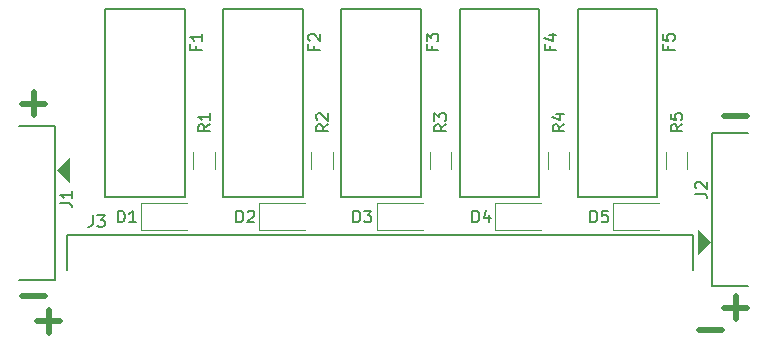
<source format=gbr>
%TF.GenerationSoftware,KiCad,Pcbnew,8.0.7-8.0.7-0~ubuntu24.04.1*%
%TF.CreationDate,2025-01-05T10:18:19-08:00*%
%TF.ProjectId,mini-pdb,6d696e69-2d70-4646-922e-6b696361645f,1.1*%
%TF.SameCoordinates,Original*%
%TF.FileFunction,Legend,Top*%
%TF.FilePolarity,Positive*%
%FSLAX46Y46*%
G04 Gerber Fmt 4.6, Leading zero omitted, Abs format (unit mm)*
G04 Created by KiCad (PCBNEW 8.0.7-8.0.7-0~ubuntu24.04.1) date 2025-01-05 10:18:19*
%MOMM*%
%LPD*%
G01*
G04 APERTURE LIST*
%ADD10C,0.508000*%
%ADD11C,0.150000*%
%ADD12C,0.127000*%
%ADD13C,0.120000*%
%ADD14C,0.152400*%
%ADD15C,0.100000*%
G04 APERTURE END LIST*
D10*
X236552619Y-134692982D02*
X234617381Y-134692982D01*
X235585000Y-133725363D02*
X235585000Y-135660601D01*
X175181380Y-117402017D02*
X177116619Y-117402017D01*
X176148999Y-118369636D02*
X176148999Y-116434398D01*
X178386619Y-135835982D02*
X176451381Y-135835982D01*
X177419000Y-134868363D02*
X177419000Y-136803601D01*
X175181380Y-133658017D02*
X177116619Y-133658017D01*
X236552619Y-118436982D02*
X234617381Y-118436982D01*
X234393619Y-136597982D02*
X232458381Y-136597982D01*
D11*
X229890929Y-112533333D02*
X229890929Y-112866666D01*
X230414739Y-112866666D02*
X229414739Y-112866666D01*
X229414739Y-112866666D02*
X229414739Y-112390476D01*
X229414739Y-111533333D02*
X229414739Y-112009523D01*
X229414739Y-112009523D02*
X229890929Y-112057142D01*
X229890929Y-112057142D02*
X229843310Y-112009523D01*
X229843310Y-112009523D02*
X229795691Y-111914285D01*
X229795691Y-111914285D02*
X229795691Y-111676190D01*
X229795691Y-111676190D02*
X229843310Y-111580952D01*
X229843310Y-111580952D02*
X229890929Y-111533333D01*
X229890929Y-111533333D02*
X229986167Y-111485714D01*
X229986167Y-111485714D02*
X230224262Y-111485714D01*
X230224262Y-111485714D02*
X230319500Y-111533333D01*
X230319500Y-111533333D02*
X230367120Y-111580952D01*
X230367120Y-111580952D02*
X230414739Y-111676190D01*
X230414739Y-111676190D02*
X230414739Y-111914285D01*
X230414739Y-111914285D02*
X230367120Y-112009523D01*
X230367120Y-112009523D02*
X230319500Y-112057142D01*
X209890969Y-112533333D02*
X209890969Y-112866666D01*
X210414779Y-112866666D02*
X209414779Y-112866666D01*
X209414779Y-112866666D02*
X209414779Y-112390476D01*
X209414779Y-112104761D02*
X209414779Y-111485714D01*
X209414779Y-111485714D02*
X209795731Y-111819047D01*
X209795731Y-111819047D02*
X209795731Y-111676190D01*
X209795731Y-111676190D02*
X209843350Y-111580952D01*
X209843350Y-111580952D02*
X209890969Y-111533333D01*
X209890969Y-111533333D02*
X209986207Y-111485714D01*
X209986207Y-111485714D02*
X210224302Y-111485714D01*
X210224302Y-111485714D02*
X210319540Y-111533333D01*
X210319540Y-111533333D02*
X210367160Y-111580952D01*
X210367160Y-111580952D02*
X210414779Y-111676190D01*
X210414779Y-111676190D02*
X210414779Y-111961904D01*
X210414779Y-111961904D02*
X210367160Y-112057142D01*
X210367160Y-112057142D02*
X210319540Y-112104761D01*
X219890949Y-112533333D02*
X219890949Y-112866666D01*
X220414759Y-112866666D02*
X219414759Y-112866666D01*
X219414759Y-112866666D02*
X219414759Y-112390476D01*
X219748092Y-111580952D02*
X220414759Y-111580952D01*
X219367140Y-111819047D02*
X220081425Y-112057142D01*
X220081425Y-112057142D02*
X220081425Y-111438095D01*
X193317905Y-127454819D02*
X193317905Y-126454819D01*
X193317905Y-126454819D02*
X193556000Y-126454819D01*
X193556000Y-126454819D02*
X193698857Y-126502438D01*
X193698857Y-126502438D02*
X193794095Y-126597676D01*
X193794095Y-126597676D02*
X193841714Y-126692914D01*
X193841714Y-126692914D02*
X193889333Y-126883390D01*
X193889333Y-126883390D02*
X193889333Y-127026247D01*
X193889333Y-127026247D02*
X193841714Y-127216723D01*
X193841714Y-127216723D02*
X193794095Y-127311961D01*
X193794095Y-127311961D02*
X193698857Y-127407200D01*
X193698857Y-127407200D02*
X193556000Y-127454819D01*
X193556000Y-127454819D02*
X193317905Y-127454819D01*
X194270286Y-126550057D02*
X194317905Y-126502438D01*
X194317905Y-126502438D02*
X194413143Y-126454819D01*
X194413143Y-126454819D02*
X194651238Y-126454819D01*
X194651238Y-126454819D02*
X194746476Y-126502438D01*
X194746476Y-126502438D02*
X194794095Y-126550057D01*
X194794095Y-126550057D02*
X194841714Y-126645295D01*
X194841714Y-126645295D02*
X194841714Y-126740533D01*
X194841714Y-126740533D02*
X194794095Y-126883390D01*
X194794095Y-126883390D02*
X194222667Y-127454819D01*
X194222667Y-127454819D02*
X194841714Y-127454819D01*
X231081739Y-119165666D02*
X230605548Y-119498999D01*
X231081739Y-119737094D02*
X230081739Y-119737094D01*
X230081739Y-119737094D02*
X230081739Y-119356142D01*
X230081739Y-119356142D02*
X230129358Y-119260904D01*
X230129358Y-119260904D02*
X230176977Y-119213285D01*
X230176977Y-119213285D02*
X230272215Y-119165666D01*
X230272215Y-119165666D02*
X230415072Y-119165666D01*
X230415072Y-119165666D02*
X230510310Y-119213285D01*
X230510310Y-119213285D02*
X230557929Y-119260904D01*
X230557929Y-119260904D02*
X230605548Y-119356142D01*
X230605548Y-119356142D02*
X230605548Y-119737094D01*
X230081739Y-118260904D02*
X230081739Y-118737094D01*
X230081739Y-118737094D02*
X230557929Y-118784713D01*
X230557929Y-118784713D02*
X230510310Y-118737094D01*
X230510310Y-118737094D02*
X230462691Y-118641856D01*
X230462691Y-118641856D02*
X230462691Y-118403761D01*
X230462691Y-118403761D02*
X230510310Y-118308523D01*
X230510310Y-118308523D02*
X230557929Y-118260904D01*
X230557929Y-118260904D02*
X230653167Y-118213285D01*
X230653167Y-118213285D02*
X230891262Y-118213285D01*
X230891262Y-118213285D02*
X230986500Y-118260904D01*
X230986500Y-118260904D02*
X231034120Y-118308523D01*
X231034120Y-118308523D02*
X231081739Y-118403761D01*
X231081739Y-118403761D02*
X231081739Y-118641856D01*
X231081739Y-118641856D02*
X231034120Y-118737094D01*
X231034120Y-118737094D02*
X230986500Y-118784713D01*
X232142819Y-125013334D02*
X232857104Y-125013334D01*
X232857104Y-125013334D02*
X232999961Y-125060953D01*
X232999961Y-125060953D02*
X233095200Y-125156191D01*
X233095200Y-125156191D02*
X233142819Y-125299048D01*
X233142819Y-125299048D02*
X233142819Y-125394286D01*
X232238057Y-124584762D02*
X232190438Y-124537143D01*
X232190438Y-124537143D02*
X232142819Y-124441905D01*
X232142819Y-124441905D02*
X232142819Y-124203810D01*
X232142819Y-124203810D02*
X232190438Y-124108572D01*
X232190438Y-124108572D02*
X232238057Y-124060953D01*
X232238057Y-124060953D02*
X232333295Y-124013334D01*
X232333295Y-124013334D02*
X232428533Y-124013334D01*
X232428533Y-124013334D02*
X232571390Y-124060953D01*
X232571390Y-124060953D02*
X233142819Y-124632381D01*
X233142819Y-124632381D02*
X233142819Y-124013334D01*
X191081819Y-119165666D02*
X190605628Y-119498999D01*
X191081819Y-119737094D02*
X190081819Y-119737094D01*
X190081819Y-119737094D02*
X190081819Y-119356142D01*
X190081819Y-119356142D02*
X190129438Y-119260904D01*
X190129438Y-119260904D02*
X190177057Y-119213285D01*
X190177057Y-119213285D02*
X190272295Y-119165666D01*
X190272295Y-119165666D02*
X190415152Y-119165666D01*
X190415152Y-119165666D02*
X190510390Y-119213285D01*
X190510390Y-119213285D02*
X190558009Y-119260904D01*
X190558009Y-119260904D02*
X190605628Y-119356142D01*
X190605628Y-119356142D02*
X190605628Y-119737094D01*
X191081819Y-118213285D02*
X191081819Y-118784713D01*
X191081819Y-118498999D02*
X190081819Y-118498999D01*
X190081819Y-118498999D02*
X190224676Y-118594237D01*
X190224676Y-118594237D02*
X190319914Y-118689475D01*
X190319914Y-118689475D02*
X190367533Y-118784713D01*
X203223905Y-127454819D02*
X203223905Y-126454819D01*
X203223905Y-126454819D02*
X203462000Y-126454819D01*
X203462000Y-126454819D02*
X203604857Y-126502438D01*
X203604857Y-126502438D02*
X203700095Y-126597676D01*
X203700095Y-126597676D02*
X203747714Y-126692914D01*
X203747714Y-126692914D02*
X203795333Y-126883390D01*
X203795333Y-126883390D02*
X203795333Y-127026247D01*
X203795333Y-127026247D02*
X203747714Y-127216723D01*
X203747714Y-127216723D02*
X203700095Y-127311961D01*
X203700095Y-127311961D02*
X203604857Y-127407200D01*
X203604857Y-127407200D02*
X203462000Y-127454819D01*
X203462000Y-127454819D02*
X203223905Y-127454819D01*
X204128667Y-126454819D02*
X204747714Y-126454819D01*
X204747714Y-126454819D02*
X204414381Y-126835771D01*
X204414381Y-126835771D02*
X204557238Y-126835771D01*
X204557238Y-126835771D02*
X204652476Y-126883390D01*
X204652476Y-126883390D02*
X204700095Y-126931009D01*
X204700095Y-126931009D02*
X204747714Y-127026247D01*
X204747714Y-127026247D02*
X204747714Y-127264342D01*
X204747714Y-127264342D02*
X204700095Y-127359580D01*
X204700095Y-127359580D02*
X204652476Y-127407200D01*
X204652476Y-127407200D02*
X204557238Y-127454819D01*
X204557238Y-127454819D02*
X204271524Y-127454819D01*
X204271524Y-127454819D02*
X204176286Y-127407200D01*
X204176286Y-127407200D02*
X204128667Y-127359580D01*
X178397819Y-125809333D02*
X179112104Y-125809333D01*
X179112104Y-125809333D02*
X179254961Y-125856952D01*
X179254961Y-125856952D02*
X179350200Y-125952190D01*
X179350200Y-125952190D02*
X179397819Y-126095047D01*
X179397819Y-126095047D02*
X179397819Y-126190285D01*
X179397819Y-124809333D02*
X179397819Y-125380761D01*
X179397819Y-125095047D02*
X178397819Y-125095047D01*
X178397819Y-125095047D02*
X178540676Y-125190285D01*
X178540676Y-125190285D02*
X178635914Y-125285523D01*
X178635914Y-125285523D02*
X178683533Y-125380761D01*
X199890989Y-112533333D02*
X199890989Y-112866666D01*
X200414799Y-112866666D02*
X199414799Y-112866666D01*
X199414799Y-112866666D02*
X199414799Y-112390476D01*
X199510037Y-112057142D02*
X199462418Y-112009523D01*
X199462418Y-112009523D02*
X199414799Y-111914285D01*
X199414799Y-111914285D02*
X199414799Y-111676190D01*
X199414799Y-111676190D02*
X199462418Y-111580952D01*
X199462418Y-111580952D02*
X199510037Y-111533333D01*
X199510037Y-111533333D02*
X199605275Y-111485714D01*
X199605275Y-111485714D02*
X199700513Y-111485714D01*
X199700513Y-111485714D02*
X199843370Y-111533333D01*
X199843370Y-111533333D02*
X200414799Y-112104761D01*
X200414799Y-112104761D02*
X200414799Y-111485714D01*
X189891009Y-112533333D02*
X189891009Y-112866666D01*
X190414819Y-112866666D02*
X189414819Y-112866666D01*
X189414819Y-112866666D02*
X189414819Y-112390476D01*
X190414819Y-111485714D02*
X190414819Y-112057142D01*
X190414819Y-111771428D02*
X189414819Y-111771428D01*
X189414819Y-111771428D02*
X189557676Y-111866666D01*
X189557676Y-111866666D02*
X189652914Y-111961904D01*
X189652914Y-111961904D02*
X189700533Y-112057142D01*
X211081779Y-119165666D02*
X210605588Y-119498999D01*
X211081779Y-119737094D02*
X210081779Y-119737094D01*
X210081779Y-119737094D02*
X210081779Y-119356142D01*
X210081779Y-119356142D02*
X210129398Y-119260904D01*
X210129398Y-119260904D02*
X210177017Y-119213285D01*
X210177017Y-119213285D02*
X210272255Y-119165666D01*
X210272255Y-119165666D02*
X210415112Y-119165666D01*
X210415112Y-119165666D02*
X210510350Y-119213285D01*
X210510350Y-119213285D02*
X210557969Y-119260904D01*
X210557969Y-119260904D02*
X210605588Y-119356142D01*
X210605588Y-119356142D02*
X210605588Y-119737094D01*
X210081779Y-118832332D02*
X210081779Y-118213285D01*
X210081779Y-118213285D02*
X210462731Y-118546618D01*
X210462731Y-118546618D02*
X210462731Y-118403761D01*
X210462731Y-118403761D02*
X210510350Y-118308523D01*
X210510350Y-118308523D02*
X210557969Y-118260904D01*
X210557969Y-118260904D02*
X210653207Y-118213285D01*
X210653207Y-118213285D02*
X210891302Y-118213285D01*
X210891302Y-118213285D02*
X210986540Y-118260904D01*
X210986540Y-118260904D02*
X211034160Y-118308523D01*
X211034160Y-118308523D02*
X211081779Y-118403761D01*
X211081779Y-118403761D02*
X211081779Y-118689475D01*
X211081779Y-118689475D02*
X211034160Y-118784713D01*
X211034160Y-118784713D02*
X210986540Y-118832332D01*
X213289905Y-127454819D02*
X213289905Y-126454819D01*
X213289905Y-126454819D02*
X213528000Y-126454819D01*
X213528000Y-126454819D02*
X213670857Y-126502438D01*
X213670857Y-126502438D02*
X213766095Y-126597676D01*
X213766095Y-126597676D02*
X213813714Y-126692914D01*
X213813714Y-126692914D02*
X213861333Y-126883390D01*
X213861333Y-126883390D02*
X213861333Y-127026247D01*
X213861333Y-127026247D02*
X213813714Y-127216723D01*
X213813714Y-127216723D02*
X213766095Y-127311961D01*
X213766095Y-127311961D02*
X213670857Y-127407200D01*
X213670857Y-127407200D02*
X213528000Y-127454819D01*
X213528000Y-127454819D02*
X213289905Y-127454819D01*
X214718476Y-126788152D02*
X214718476Y-127454819D01*
X214480381Y-126407200D02*
X214242286Y-127121485D01*
X214242286Y-127121485D02*
X214861333Y-127121485D01*
X183284905Y-127454819D02*
X183284905Y-126454819D01*
X183284905Y-126454819D02*
X183523000Y-126454819D01*
X183523000Y-126454819D02*
X183665857Y-126502438D01*
X183665857Y-126502438D02*
X183761095Y-126597676D01*
X183761095Y-126597676D02*
X183808714Y-126692914D01*
X183808714Y-126692914D02*
X183856333Y-126883390D01*
X183856333Y-126883390D02*
X183856333Y-127026247D01*
X183856333Y-127026247D02*
X183808714Y-127216723D01*
X183808714Y-127216723D02*
X183761095Y-127311961D01*
X183761095Y-127311961D02*
X183665857Y-127407200D01*
X183665857Y-127407200D02*
X183523000Y-127454819D01*
X183523000Y-127454819D02*
X183284905Y-127454819D01*
X184808714Y-127454819D02*
X184237286Y-127454819D01*
X184523000Y-127454819D02*
X184523000Y-126454819D01*
X184523000Y-126454819D02*
X184427762Y-126597676D01*
X184427762Y-126597676D02*
X184332524Y-126692914D01*
X184332524Y-126692914D02*
X184237286Y-126740533D01*
X221081759Y-119165666D02*
X220605568Y-119498999D01*
X221081759Y-119737094D02*
X220081759Y-119737094D01*
X220081759Y-119737094D02*
X220081759Y-119356142D01*
X220081759Y-119356142D02*
X220129378Y-119260904D01*
X220129378Y-119260904D02*
X220176997Y-119213285D01*
X220176997Y-119213285D02*
X220272235Y-119165666D01*
X220272235Y-119165666D02*
X220415092Y-119165666D01*
X220415092Y-119165666D02*
X220510330Y-119213285D01*
X220510330Y-119213285D02*
X220557949Y-119260904D01*
X220557949Y-119260904D02*
X220605568Y-119356142D01*
X220605568Y-119356142D02*
X220605568Y-119737094D01*
X220415092Y-118308523D02*
X221081759Y-118308523D01*
X220034140Y-118546618D02*
X220748425Y-118784713D01*
X220748425Y-118784713D02*
X220748425Y-118165666D01*
X223289905Y-127454819D02*
X223289905Y-126454819D01*
X223289905Y-126454819D02*
X223528000Y-126454819D01*
X223528000Y-126454819D02*
X223670857Y-126502438D01*
X223670857Y-126502438D02*
X223766095Y-126597676D01*
X223766095Y-126597676D02*
X223813714Y-126692914D01*
X223813714Y-126692914D02*
X223861333Y-126883390D01*
X223861333Y-126883390D02*
X223861333Y-127026247D01*
X223861333Y-127026247D02*
X223813714Y-127216723D01*
X223813714Y-127216723D02*
X223766095Y-127311961D01*
X223766095Y-127311961D02*
X223670857Y-127407200D01*
X223670857Y-127407200D02*
X223528000Y-127454819D01*
X223528000Y-127454819D02*
X223289905Y-127454819D01*
X224766095Y-126454819D02*
X224289905Y-126454819D01*
X224289905Y-126454819D02*
X224242286Y-126931009D01*
X224242286Y-126931009D02*
X224289905Y-126883390D01*
X224289905Y-126883390D02*
X224385143Y-126835771D01*
X224385143Y-126835771D02*
X224623238Y-126835771D01*
X224623238Y-126835771D02*
X224718476Y-126883390D01*
X224718476Y-126883390D02*
X224766095Y-126931009D01*
X224766095Y-126931009D02*
X224813714Y-127026247D01*
X224813714Y-127026247D02*
X224813714Y-127264342D01*
X224813714Y-127264342D02*
X224766095Y-127359580D01*
X224766095Y-127359580D02*
X224718476Y-127407200D01*
X224718476Y-127407200D02*
X224623238Y-127454819D01*
X224623238Y-127454819D02*
X224385143Y-127454819D01*
X224385143Y-127454819D02*
X224289905Y-127407200D01*
X224289905Y-127407200D02*
X224242286Y-127359580D01*
X181149666Y-126835819D02*
X181149666Y-127550104D01*
X181149666Y-127550104D02*
X181102047Y-127692961D01*
X181102047Y-127692961D02*
X181006809Y-127788200D01*
X181006809Y-127788200D02*
X180863952Y-127835819D01*
X180863952Y-127835819D02*
X180768714Y-127835819D01*
X181530619Y-126835819D02*
X182149666Y-126835819D01*
X182149666Y-126835819D02*
X181816333Y-127216771D01*
X181816333Y-127216771D02*
X181959190Y-127216771D01*
X181959190Y-127216771D02*
X182054428Y-127264390D01*
X182054428Y-127264390D02*
X182102047Y-127312009D01*
X182102047Y-127312009D02*
X182149666Y-127407247D01*
X182149666Y-127407247D02*
X182149666Y-127645342D01*
X182149666Y-127645342D02*
X182102047Y-127740580D01*
X182102047Y-127740580D02*
X182054428Y-127788200D01*
X182054428Y-127788200D02*
X181959190Y-127835819D01*
X181959190Y-127835819D02*
X181673476Y-127835819D01*
X181673476Y-127835819D02*
X181578238Y-127788200D01*
X181578238Y-127788200D02*
X181530619Y-127740580D01*
X201081799Y-119165666D02*
X200605608Y-119498999D01*
X201081799Y-119737094D02*
X200081799Y-119737094D01*
X200081799Y-119737094D02*
X200081799Y-119356142D01*
X200081799Y-119356142D02*
X200129418Y-119260904D01*
X200129418Y-119260904D02*
X200177037Y-119213285D01*
X200177037Y-119213285D02*
X200272275Y-119165666D01*
X200272275Y-119165666D02*
X200415132Y-119165666D01*
X200415132Y-119165666D02*
X200510370Y-119213285D01*
X200510370Y-119213285D02*
X200557989Y-119260904D01*
X200557989Y-119260904D02*
X200605608Y-119356142D01*
X200605608Y-119356142D02*
X200605608Y-119737094D01*
X200177037Y-118784713D02*
X200129418Y-118737094D01*
X200129418Y-118737094D02*
X200081799Y-118641856D01*
X200081799Y-118641856D02*
X200081799Y-118403761D01*
X200081799Y-118403761D02*
X200129418Y-118308523D01*
X200129418Y-118308523D02*
X200177037Y-118260904D01*
X200177037Y-118260904D02*
X200272275Y-118213285D01*
X200272275Y-118213285D02*
X200367513Y-118213285D01*
X200367513Y-118213285D02*
X200510370Y-118260904D01*
X200510370Y-118260904D02*
X201081799Y-118832332D01*
X201081799Y-118832332D02*
X201081799Y-118213285D01*
D12*
%TO.C,F5*%
X222209920Y-109402000D02*
X228939920Y-109402000D01*
X222209920Y-125275000D02*
X222209920Y-109402000D01*
X228939920Y-109402000D02*
X228939920Y-125275000D01*
X228939920Y-125275000D02*
X222209920Y-125275000D01*
%TO.C,F3*%
X202209960Y-109402000D02*
X208939960Y-109402000D01*
X202209960Y-125275000D02*
X202209960Y-109402000D01*
X208939960Y-109402000D02*
X208939960Y-125275000D01*
X208939960Y-125275000D02*
X202209960Y-125275000D01*
%TO.C,F4*%
X212209940Y-109402000D02*
X218939940Y-109402000D01*
X212209940Y-125275000D02*
X212209940Y-109402000D01*
X218939940Y-109402000D02*
X218939940Y-125275000D01*
X218939940Y-125275000D02*
X212209940Y-125275000D01*
D13*
%TO.C,D2*%
X195220000Y-125815000D02*
X195220000Y-128085000D01*
X195220000Y-128085000D02*
X199105000Y-128085000D01*
X199105000Y-125815000D02*
X195220000Y-125815000D01*
%TO.C,R5*%
X229664910Y-122952064D02*
X229664910Y-121497936D01*
X231484910Y-122952064D02*
X231484910Y-121497936D01*
D14*
%TO.C,J2*%
X233598000Y-119845099D02*
X233598000Y-132854899D01*
X233598000Y-132854899D02*
X236625000Y-132854899D01*
X236625000Y-119845099D02*
X233598000Y-119845099D01*
D15*
X233450000Y-129125001D02*
X232434000Y-130141001D01*
X232434000Y-128109001D01*
X233450000Y-129125001D01*
G36*
X233450000Y-129125001D02*
G01*
X232434000Y-130141001D01*
X232434000Y-128109001D01*
X233450000Y-129125001D01*
G37*
D13*
%TO.C,R1*%
X189664990Y-122952064D02*
X189664990Y-121497936D01*
X191484990Y-122952064D02*
X191484990Y-121497936D01*
%TO.C,D3*%
X205220000Y-125815000D02*
X205220000Y-128085000D01*
X205220000Y-128085000D02*
X209105000Y-128085000D01*
X209105000Y-125815000D02*
X205220000Y-125815000D01*
D14*
%TO.C,J1*%
X174925000Y-132304901D02*
X177952000Y-132304901D01*
X177952000Y-119295101D02*
X174925000Y-119295101D01*
X177952000Y-132304901D02*
X177952000Y-119295101D01*
D15*
X179116000Y-124040999D02*
X178100000Y-123024999D01*
X179116000Y-122008999D01*
X179116000Y-124040999D01*
G36*
X179116000Y-124040999D02*
G01*
X178100000Y-123024999D01*
X179116000Y-122008999D01*
X179116000Y-124040999D01*
G37*
D12*
%TO.C,F2*%
X192209980Y-109402000D02*
X198939980Y-109402000D01*
X192209980Y-125275000D02*
X192209980Y-109402000D01*
X198939980Y-109402000D02*
X198939980Y-125275000D01*
X198939980Y-125275000D02*
X192209980Y-125275000D01*
%TO.C,F1*%
X182210000Y-109402000D02*
X188940000Y-109402000D01*
X182210000Y-125275000D02*
X182210000Y-109402000D01*
X188940000Y-109402000D02*
X188940000Y-125275000D01*
X188940000Y-125275000D02*
X182210000Y-125275000D01*
D13*
%TO.C,R3*%
X209664950Y-122952064D02*
X209664950Y-121497936D01*
X211484950Y-122952064D02*
X211484950Y-121497936D01*
%TO.C,D4*%
X215220000Y-125815000D02*
X215220000Y-128085000D01*
X215220000Y-128085000D02*
X219105000Y-128085000D01*
X219105000Y-125815000D02*
X215220000Y-125815000D01*
%TO.C,D1*%
X185220000Y-125815000D02*
X185220000Y-128085000D01*
X185220000Y-128085000D02*
X189105000Y-128085000D01*
X189105000Y-125815000D02*
X185220000Y-125815000D01*
%TO.C,R4*%
X219664930Y-122952064D02*
X219664930Y-121497936D01*
X221484930Y-122952064D02*
X221484930Y-121497936D01*
%TO.C,D5*%
X225220000Y-125815000D02*
X225220000Y-128085000D01*
X225220000Y-128085000D02*
X229105000Y-128085000D01*
X229105000Y-125815000D02*
X225220000Y-125815000D01*
D14*
%TO.C,J3*%
X178995101Y-128498000D02*
X178995101Y-131525000D01*
X232000999Y-131525000D02*
X232004901Y-128498000D01*
X232004901Y-128498000D02*
X178995101Y-128498000D01*
D13*
%TO.C,R2*%
X199664970Y-122952064D02*
X199664970Y-121497936D01*
X201484970Y-122952064D02*
X201484970Y-121497936D01*
%TD*%
M02*

</source>
